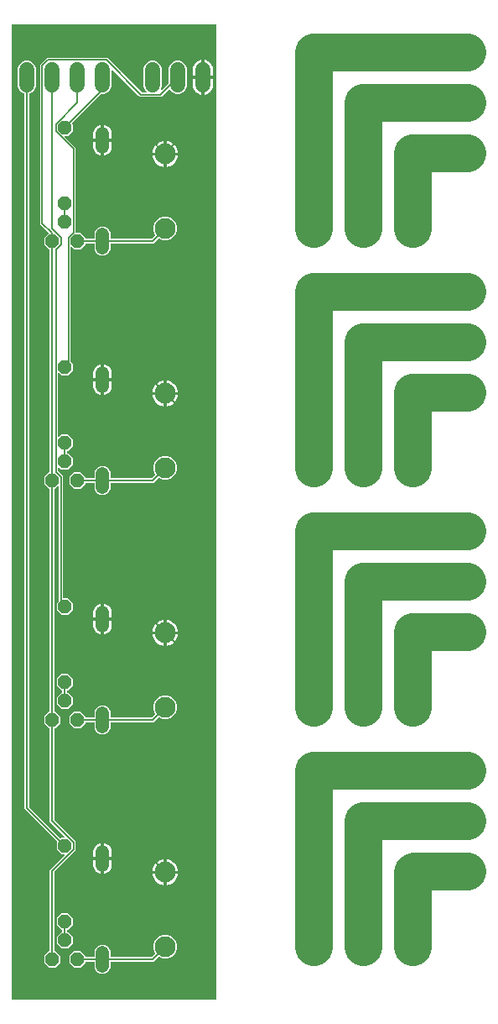
<source format=gbr>
G04 EAGLE Gerber RS-274X export*
G75*
%MOMM*%
%FSLAX34Y34*%
%LPD*%
%INBottom Copper*%
%IPPOS*%
%AMOC8*
5,1,8,0,0,1.08239X$1,22.5*%
G01*
%ADD10C,2.100000*%
%ADD11C,1.320800*%
%ADD12P,1.429621X8X22.500000*%
%ADD13P,1.429621X8X112.500000*%
%ADD14C,1.524000*%
%ADD15C,3.810000*%
%ADD16C,0.152400*%

G36*
X647720Y10164D02*
X647720Y10164D01*
X647739Y10162D01*
X647841Y10184D01*
X647943Y10200D01*
X647960Y10210D01*
X647980Y10214D01*
X648069Y10267D01*
X648160Y10316D01*
X648174Y10330D01*
X648191Y10340D01*
X648258Y10419D01*
X648330Y10494D01*
X648338Y10512D01*
X648351Y10527D01*
X648390Y10623D01*
X648433Y10717D01*
X648435Y10737D01*
X648443Y10755D01*
X648461Y10922D01*
X648461Y992278D01*
X648458Y992298D01*
X648460Y992317D01*
X648438Y992419D01*
X648422Y992521D01*
X648412Y992538D01*
X648408Y992558D01*
X648355Y992647D01*
X648306Y992738D01*
X648292Y992752D01*
X648282Y992769D01*
X648203Y992836D01*
X648128Y992908D01*
X648110Y992916D01*
X648095Y992929D01*
X647999Y992968D01*
X647905Y993011D01*
X647885Y993013D01*
X647867Y993021D01*
X647700Y993039D01*
X442722Y993039D01*
X442702Y993036D01*
X442683Y993038D01*
X442581Y993016D01*
X442479Y993000D01*
X442462Y992990D01*
X442442Y992986D01*
X442353Y992933D01*
X442262Y992884D01*
X442248Y992870D01*
X442231Y992860D01*
X442164Y992781D01*
X442092Y992706D01*
X442084Y992688D01*
X442071Y992673D01*
X442032Y992577D01*
X441989Y992483D01*
X441987Y992463D01*
X441979Y992445D01*
X441961Y992278D01*
X441961Y10922D01*
X441964Y10902D01*
X441962Y10883D01*
X441984Y10781D01*
X442000Y10679D01*
X442010Y10662D01*
X442014Y10642D01*
X442067Y10553D01*
X442116Y10462D01*
X442130Y10448D01*
X442140Y10431D01*
X442219Y10364D01*
X442294Y10292D01*
X442312Y10284D01*
X442327Y10271D01*
X442423Y10232D01*
X442517Y10189D01*
X442537Y10187D01*
X442555Y10179D01*
X442722Y10161D01*
X647700Y10161D01*
X647720Y10164D01*
G37*
%LPC*%
G36*
X479233Y42671D02*
X479233Y42671D01*
X474471Y47433D01*
X474471Y54167D01*
X479233Y58929D01*
X479552Y58929D01*
X479572Y58932D01*
X479591Y58930D01*
X479693Y58952D01*
X479795Y58968D01*
X479812Y58978D01*
X479832Y58982D01*
X479921Y59035D01*
X480012Y59084D01*
X480026Y59098D01*
X480043Y59108D01*
X480110Y59187D01*
X480182Y59262D01*
X480190Y59280D01*
X480203Y59295D01*
X480242Y59391D01*
X480285Y59485D01*
X480287Y59505D01*
X480295Y59523D01*
X480313Y59690D01*
X480313Y140775D01*
X495210Y155672D01*
X495252Y155730D01*
X495301Y155782D01*
X495323Y155829D01*
X495354Y155871D01*
X495375Y155940D01*
X495405Y156005D01*
X495411Y156057D01*
X495426Y156107D01*
X495424Y156178D01*
X495432Y156249D01*
X495421Y156300D01*
X495420Y156352D01*
X495395Y156420D01*
X495380Y156490D01*
X495353Y156535D01*
X495335Y156583D01*
X495290Y156639D01*
X495254Y156701D01*
X495214Y156735D01*
X495182Y156775D01*
X495121Y156814D01*
X495067Y156861D01*
X495018Y156880D01*
X494975Y156908D01*
X494905Y156926D01*
X494839Y156953D01*
X494767Y156961D01*
X494736Y156969D01*
X494713Y156967D01*
X494672Y156971D01*
X491933Y156971D01*
X487171Y161733D01*
X487171Y168467D01*
X487397Y168693D01*
X487409Y168709D01*
X487424Y168721D01*
X487480Y168808D01*
X487540Y168892D01*
X487546Y168911D01*
X487557Y168928D01*
X487582Y169029D01*
X487613Y169127D01*
X487612Y169147D01*
X487617Y169167D01*
X487609Y169270D01*
X487606Y169373D01*
X487600Y169392D01*
X487598Y169412D01*
X487558Y169507D01*
X487522Y169604D01*
X487509Y169620D01*
X487502Y169638D01*
X487397Y169769D01*
X454913Y202253D01*
X454913Y922720D01*
X454894Y922835D01*
X454877Y922951D01*
X454875Y922957D01*
X454874Y922963D01*
X454819Y923066D01*
X454766Y923171D01*
X454761Y923175D01*
X454758Y923180D01*
X454674Y923260D01*
X454590Y923343D01*
X454584Y923346D01*
X454580Y923350D01*
X454563Y923358D01*
X454443Y923424D01*
X452020Y924427D01*
X449447Y927000D01*
X448055Y930361D01*
X448055Y949239D01*
X449447Y952600D01*
X452020Y955173D01*
X455381Y956565D01*
X459019Y956565D01*
X462380Y955173D01*
X464953Y952600D01*
X466345Y949239D01*
X466345Y930361D01*
X464953Y927000D01*
X462380Y924427D01*
X459957Y923424D01*
X459857Y923362D01*
X459757Y923302D01*
X459753Y923297D01*
X459748Y923294D01*
X459673Y923204D01*
X459597Y923115D01*
X459595Y923109D01*
X459591Y923105D01*
X459549Y922996D01*
X459505Y922887D01*
X459504Y922880D01*
X459503Y922875D01*
X459502Y922857D01*
X459487Y922720D01*
X459487Y204463D01*
X459501Y204372D01*
X459509Y204282D01*
X459521Y204252D01*
X459526Y204220D01*
X459569Y204139D01*
X459605Y204055D01*
X459631Y204023D01*
X459642Y204002D01*
X459665Y203980D01*
X459710Y203924D01*
X490631Y173003D01*
X490647Y172991D01*
X490659Y172976D01*
X490747Y172920D01*
X490831Y172860D01*
X490850Y172854D01*
X490866Y172843D01*
X490967Y172818D01*
X491066Y172787D01*
X491086Y172788D01*
X491105Y172783D01*
X491208Y172791D01*
X491311Y172794D01*
X491330Y172800D01*
X491350Y172802D01*
X491445Y172842D01*
X491543Y172878D01*
X491558Y172891D01*
X491576Y172898D01*
X491707Y173003D01*
X491933Y173229D01*
X494672Y173229D01*
X494743Y173240D01*
X494814Y173242D01*
X494863Y173260D01*
X494915Y173268D01*
X494978Y173302D01*
X495045Y173327D01*
X495086Y173359D01*
X495132Y173384D01*
X495181Y173436D01*
X495237Y173480D01*
X495266Y173524D01*
X495301Y173562D01*
X495332Y173627D01*
X495370Y173687D01*
X495383Y173738D01*
X495405Y173785D01*
X495413Y173856D01*
X495430Y173926D01*
X495426Y173978D01*
X495432Y174029D01*
X495417Y174100D01*
X495411Y174171D01*
X495391Y174219D01*
X495380Y174270D01*
X495343Y174331D01*
X495315Y174397D01*
X495270Y174453D01*
X495254Y174481D01*
X495236Y174496D01*
X495210Y174528D01*
X480313Y189425D01*
X480313Y283210D01*
X480310Y283230D01*
X480312Y283249D01*
X480290Y283351D01*
X480274Y283453D01*
X480264Y283470D01*
X480260Y283490D01*
X480207Y283579D01*
X480158Y283670D01*
X480144Y283684D01*
X480134Y283701D01*
X480055Y283768D01*
X479980Y283840D01*
X479962Y283848D01*
X479947Y283861D01*
X479851Y283900D01*
X479757Y283943D01*
X479737Y283945D01*
X479719Y283953D01*
X479552Y283971D01*
X479233Y283971D01*
X474471Y288733D01*
X474471Y295467D01*
X479233Y300229D01*
X479552Y300229D01*
X479572Y300232D01*
X479591Y300230D01*
X479693Y300252D01*
X479795Y300268D01*
X479812Y300278D01*
X479832Y300282D01*
X479921Y300335D01*
X480012Y300384D01*
X480026Y300398D01*
X480043Y300408D01*
X480110Y300487D01*
X480182Y300562D01*
X480190Y300580D01*
X480203Y300595D01*
X480242Y300691D01*
X480285Y300785D01*
X480287Y300805D01*
X480295Y300823D01*
X480313Y300990D01*
X480313Y524510D01*
X480310Y524530D01*
X480312Y524549D01*
X480290Y524651D01*
X480274Y524753D01*
X480264Y524770D01*
X480260Y524790D01*
X480207Y524879D01*
X480158Y524970D01*
X480144Y524984D01*
X480134Y525001D01*
X480055Y525068D01*
X479980Y525140D01*
X479962Y525148D01*
X479947Y525161D01*
X479851Y525200D01*
X479757Y525243D01*
X479737Y525245D01*
X479719Y525253D01*
X479552Y525271D01*
X479233Y525271D01*
X474471Y530033D01*
X474471Y536767D01*
X479233Y541529D01*
X479552Y541529D01*
X479572Y541532D01*
X479591Y541530D01*
X479693Y541552D01*
X479795Y541568D01*
X479812Y541578D01*
X479832Y541582D01*
X479921Y541635D01*
X480012Y541684D01*
X480026Y541698D01*
X480043Y541708D01*
X480110Y541787D01*
X480182Y541862D01*
X480190Y541880D01*
X480203Y541895D01*
X480242Y541991D01*
X480285Y542085D01*
X480287Y542105D01*
X480295Y542123D01*
X480313Y542290D01*
X480313Y765810D01*
X480310Y765830D01*
X480312Y765849D01*
X480290Y765951D01*
X480274Y766053D01*
X480264Y766070D01*
X480260Y766090D01*
X480207Y766179D01*
X480158Y766270D01*
X480144Y766284D01*
X480134Y766301D01*
X480055Y766368D01*
X479980Y766440D01*
X479962Y766448D01*
X479947Y766461D01*
X479851Y766500D01*
X479757Y766543D01*
X479737Y766545D01*
X479719Y766553D01*
X479552Y766571D01*
X479233Y766571D01*
X474471Y771333D01*
X474471Y778067D01*
X478828Y782424D01*
X478839Y782440D01*
X478855Y782452D01*
X478911Y782540D01*
X478971Y782623D01*
X478977Y782642D01*
X478988Y782659D01*
X479013Y782760D01*
X479044Y782858D01*
X479043Y782878D01*
X479048Y782898D01*
X479040Y783001D01*
X479037Y783104D01*
X479030Y783123D01*
X479029Y783143D01*
X478989Y783238D01*
X478953Y783335D01*
X478940Y783351D01*
X478933Y783369D01*
X478828Y783500D01*
X470407Y791921D01*
X470407Y952470D01*
X477550Y959613D01*
X538450Y959613D01*
X540013Y958050D01*
X573279Y924784D01*
X573353Y924731D01*
X573423Y924671D01*
X573453Y924659D01*
X573479Y924640D01*
X573566Y924613D01*
X573651Y924579D01*
X573692Y924575D01*
X573714Y924568D01*
X573746Y924569D01*
X573818Y924561D01*
X577049Y924561D01*
X577120Y924572D01*
X577191Y924574D01*
X577240Y924592D01*
X577292Y924600D01*
X577355Y924634D01*
X577422Y924659D01*
X577463Y924691D01*
X577509Y924716D01*
X577558Y924768D01*
X577614Y924812D01*
X577643Y924856D01*
X577678Y924894D01*
X577709Y924959D01*
X577747Y925019D01*
X577760Y925070D01*
X577782Y925117D01*
X577790Y925188D01*
X577807Y925258D01*
X577803Y925310D01*
X577809Y925361D01*
X577794Y925432D01*
X577788Y925503D01*
X577768Y925551D01*
X577757Y925602D01*
X577720Y925663D01*
X577692Y925729D01*
X577647Y925785D01*
X577631Y925813D01*
X577613Y925828D01*
X577587Y925860D01*
X576447Y927000D01*
X575055Y930361D01*
X575055Y949239D01*
X576447Y952600D01*
X579020Y955173D01*
X582381Y956565D01*
X586019Y956565D01*
X589380Y955173D01*
X591953Y952600D01*
X593345Y949239D01*
X593345Y930361D01*
X592276Y927781D01*
X592254Y927686D01*
X592225Y927593D01*
X592226Y927567D01*
X592220Y927542D01*
X592229Y927445D01*
X592232Y927347D01*
X592241Y927323D01*
X592243Y927297D01*
X592283Y927208D01*
X592316Y927116D01*
X592332Y927096D01*
X592343Y927072D01*
X592409Y927000D01*
X592470Y926924D01*
X592492Y926910D01*
X592509Y926891D01*
X592595Y926844D01*
X592677Y926791D01*
X592702Y926785D01*
X592725Y926772D01*
X592821Y926755D01*
X592915Y926731D01*
X592941Y926733D01*
X592967Y926729D01*
X593064Y926743D01*
X593160Y926751D01*
X593184Y926761D01*
X593210Y926765D01*
X593297Y926809D01*
X593387Y926847D01*
X593412Y926867D01*
X593430Y926876D01*
X593453Y926900D01*
X593518Y926952D01*
X600232Y933666D01*
X600285Y933740D01*
X600345Y933810D01*
X600357Y933840D01*
X600376Y933866D01*
X600403Y933953D01*
X600437Y934038D01*
X600441Y934079D01*
X600448Y934101D01*
X600447Y934133D01*
X600455Y934205D01*
X600455Y949239D01*
X601847Y952600D01*
X604420Y955173D01*
X607781Y956565D01*
X611419Y956565D01*
X614780Y955173D01*
X617353Y952600D01*
X618745Y949239D01*
X618745Y930361D01*
X617353Y927000D01*
X614780Y924427D01*
X611419Y923035D01*
X607781Y923035D01*
X604420Y924427D01*
X601847Y927000D01*
X601752Y927230D01*
X601728Y927269D01*
X601712Y927312D01*
X601664Y927373D01*
X601623Y927439D01*
X601587Y927468D01*
X601559Y927504D01*
X601493Y927546D01*
X601433Y927596D01*
X601390Y927612D01*
X601352Y927637D01*
X601276Y927656D01*
X601204Y927684D01*
X601158Y927686D01*
X601113Y927697D01*
X601036Y927691D01*
X600958Y927694D01*
X600914Y927681D01*
X600868Y927678D01*
X600796Y927647D01*
X600722Y927626D01*
X600684Y927600D01*
X600642Y927582D01*
X600535Y927496D01*
X600520Y927485D01*
X600517Y927481D01*
X600511Y927477D01*
X593021Y919987D01*
X571608Y919987D01*
X570046Y921550D01*
X543844Y947751D01*
X543786Y947793D01*
X543734Y947842D01*
X543687Y947864D01*
X543645Y947895D01*
X543576Y947916D01*
X543511Y947946D01*
X543459Y947952D01*
X543409Y947967D01*
X543338Y947965D01*
X543267Y947973D01*
X543216Y947962D01*
X543164Y947961D01*
X543096Y947936D01*
X543026Y947921D01*
X542982Y947894D01*
X542933Y947876D01*
X542877Y947831D01*
X542815Y947795D01*
X542781Y947755D01*
X542741Y947722D01*
X542702Y947662D01*
X542655Y947608D01*
X542636Y947559D01*
X542608Y947516D01*
X542590Y947446D01*
X542563Y947380D01*
X542555Y947308D01*
X542547Y947277D01*
X542549Y947254D01*
X542545Y947213D01*
X542545Y930361D01*
X541153Y927000D01*
X538580Y924427D01*
X535219Y923035D01*
X532885Y923035D01*
X532794Y923021D01*
X532704Y923013D01*
X532674Y923001D01*
X532642Y922996D01*
X532561Y922953D01*
X532477Y922917D01*
X532445Y922891D01*
X532424Y922880D01*
X532402Y922857D01*
X532346Y922812D01*
X503203Y893669D01*
X503191Y893653D01*
X503176Y893641D01*
X503120Y893553D01*
X503060Y893469D01*
X503054Y893450D01*
X503043Y893434D01*
X503018Y893333D01*
X502987Y893234D01*
X502988Y893214D01*
X502983Y893195D01*
X502991Y893092D01*
X502994Y892989D01*
X503000Y892970D01*
X503002Y892950D01*
X503042Y892855D01*
X503078Y892757D01*
X503091Y892742D01*
X503098Y892724D01*
X503203Y892593D01*
X503429Y892367D01*
X503429Y885633D01*
X498667Y880871D01*
X495928Y880871D01*
X495857Y880860D01*
X495786Y880858D01*
X495737Y880840D01*
X495685Y880832D01*
X495622Y880798D01*
X495555Y880773D01*
X495514Y880741D01*
X495468Y880716D01*
X495419Y880664D01*
X495363Y880620D01*
X495334Y880576D01*
X495299Y880538D01*
X495268Y880473D01*
X495230Y880413D01*
X495217Y880362D01*
X495195Y880315D01*
X495187Y880244D01*
X495170Y880174D01*
X495174Y880122D01*
X495168Y880071D01*
X495183Y880000D01*
X495189Y879929D01*
X495209Y879881D01*
X495220Y879830D01*
X495257Y879769D01*
X495285Y879703D01*
X495330Y879647D01*
X495346Y879619D01*
X495364Y879604D01*
X495390Y879572D01*
X506477Y868485D01*
X506477Y783590D01*
X506480Y783571D01*
X506478Y783551D01*
X506500Y783449D01*
X506516Y783347D01*
X506526Y783330D01*
X506530Y783310D01*
X506583Y783221D01*
X506632Y783130D01*
X506646Y783116D01*
X506656Y783099D01*
X506735Y783032D01*
X506810Y782960D01*
X506828Y782952D01*
X506843Y782939D01*
X506939Y782900D01*
X507033Y782857D01*
X507053Y782855D01*
X507071Y782847D01*
X507238Y782829D01*
X511367Y782829D01*
X516129Y778067D01*
X516129Y777748D01*
X516132Y777728D01*
X516130Y777709D01*
X516152Y777607D01*
X516168Y777505D01*
X516178Y777488D01*
X516182Y777468D01*
X516235Y777379D01*
X516284Y777288D01*
X516298Y777274D01*
X516308Y777257D01*
X516387Y777190D01*
X516462Y777118D01*
X516480Y777110D01*
X516495Y777097D01*
X516591Y777058D01*
X516685Y777015D01*
X516705Y777013D01*
X516723Y777005D01*
X516890Y776987D01*
X524510Y776987D01*
X524530Y776990D01*
X524549Y776988D01*
X524651Y777010D01*
X524753Y777026D01*
X524770Y777036D01*
X524790Y777040D01*
X524879Y777093D01*
X524970Y777142D01*
X524984Y777156D01*
X525001Y777166D01*
X525068Y777245D01*
X525140Y777320D01*
X525148Y777338D01*
X525161Y777353D01*
X525200Y777449D01*
X525243Y777543D01*
X525245Y777563D01*
X525253Y777581D01*
X525271Y777748D01*
X525271Y782921D01*
X526509Y785909D01*
X528795Y788195D01*
X531783Y789433D01*
X535017Y789433D01*
X538005Y788195D01*
X540291Y785909D01*
X541529Y782921D01*
X541529Y777748D01*
X541532Y777728D01*
X541530Y777709D01*
X541552Y777607D01*
X541568Y777505D01*
X541578Y777488D01*
X541582Y777468D01*
X541635Y777379D01*
X541684Y777288D01*
X541698Y777274D01*
X541708Y777257D01*
X541787Y777190D01*
X541862Y777118D01*
X541880Y777110D01*
X541895Y777097D01*
X541991Y777058D01*
X542085Y777015D01*
X542105Y777013D01*
X542123Y777005D01*
X542290Y776987D01*
X582937Y776987D01*
X583028Y777001D01*
X583118Y777009D01*
X583148Y777021D01*
X583180Y777026D01*
X583261Y777069D01*
X583345Y777105D01*
X583377Y777131D01*
X583398Y777142D01*
X583420Y777165D01*
X583476Y777210D01*
X586390Y780124D01*
X586458Y780219D01*
X586528Y780312D01*
X586530Y780318D01*
X586533Y780323D01*
X586568Y780435D01*
X586604Y780546D01*
X586604Y780553D01*
X586606Y780559D01*
X586603Y780675D01*
X586602Y780792D01*
X586599Y780799D01*
X586599Y780804D01*
X586593Y780822D01*
X586555Y780953D01*
X584875Y785008D01*
X584875Y789792D01*
X586706Y794211D01*
X590089Y797594D01*
X594508Y799425D01*
X599292Y799425D01*
X603711Y797594D01*
X607094Y794211D01*
X608925Y789792D01*
X608925Y785008D01*
X607094Y780589D01*
X603711Y777206D01*
X599292Y775375D01*
X594508Y775375D01*
X590453Y777055D01*
X590340Y777081D01*
X590226Y777110D01*
X590220Y777110D01*
X590214Y777111D01*
X590097Y777100D01*
X589981Y777091D01*
X589975Y777089D01*
X589969Y777088D01*
X589862Y777040D01*
X589755Y776995D01*
X589749Y776990D01*
X589744Y776988D01*
X589731Y776975D01*
X589624Y776890D01*
X586710Y773976D01*
X585147Y772413D01*
X542290Y772413D01*
X542270Y772410D01*
X542251Y772412D01*
X542149Y772390D01*
X542047Y772374D01*
X542030Y772364D01*
X542010Y772360D01*
X541921Y772307D01*
X541830Y772258D01*
X541816Y772244D01*
X541799Y772234D01*
X541732Y772155D01*
X541660Y772080D01*
X541652Y772062D01*
X541639Y772047D01*
X541600Y771951D01*
X541557Y771857D01*
X541555Y771837D01*
X541547Y771819D01*
X541529Y771652D01*
X541529Y766479D01*
X540291Y763491D01*
X538005Y761205D01*
X535017Y759967D01*
X531783Y759967D01*
X528795Y761205D01*
X526509Y763491D01*
X525271Y766479D01*
X525271Y771652D01*
X525268Y771672D01*
X525270Y771691D01*
X525248Y771793D01*
X525232Y771895D01*
X525222Y771912D01*
X525218Y771932D01*
X525165Y772021D01*
X525116Y772112D01*
X525102Y772126D01*
X525092Y772143D01*
X525013Y772210D01*
X524938Y772282D01*
X524920Y772290D01*
X524905Y772303D01*
X524809Y772342D01*
X524715Y772385D01*
X524695Y772387D01*
X524677Y772395D01*
X524510Y772413D01*
X516890Y772413D01*
X516870Y772410D01*
X516851Y772412D01*
X516749Y772390D01*
X516647Y772374D01*
X516630Y772364D01*
X516610Y772360D01*
X516521Y772307D01*
X516430Y772258D01*
X516416Y772244D01*
X516399Y772234D01*
X516332Y772155D01*
X516260Y772080D01*
X516252Y772062D01*
X516239Y772047D01*
X516200Y771951D01*
X516157Y771857D01*
X516155Y771837D01*
X516147Y771819D01*
X516129Y771652D01*
X516129Y771333D01*
X511367Y766571D01*
X504633Y766571D01*
X502696Y768508D01*
X502638Y768550D01*
X502586Y768599D01*
X502539Y768621D01*
X502497Y768652D01*
X502428Y768673D01*
X502363Y768703D01*
X502311Y768709D01*
X502261Y768724D01*
X502190Y768722D01*
X502119Y768730D01*
X502068Y768719D01*
X502016Y768718D01*
X501948Y768693D01*
X501878Y768678D01*
X501833Y768651D01*
X501785Y768633D01*
X501729Y768588D01*
X501667Y768551D01*
X501633Y768512D01*
X501593Y768479D01*
X501554Y768419D01*
X501507Y768365D01*
X501488Y768316D01*
X501460Y768272D01*
X501442Y768203D01*
X501415Y768136D01*
X501407Y768065D01*
X501399Y768034D01*
X501401Y768011D01*
X501397Y767970D01*
X501397Y653414D01*
X501400Y653396D01*
X501398Y653378D01*
X501413Y653309D01*
X501419Y653233D01*
X501431Y653204D01*
X501436Y653172D01*
X501447Y653152D01*
X501450Y653137D01*
X501483Y653082D01*
X501515Y653007D01*
X501541Y652975D01*
X501552Y652954D01*
X501570Y652937D01*
X501576Y652926D01*
X501587Y652917D01*
X501620Y652876D01*
X503429Y651067D01*
X503429Y644333D01*
X498667Y639571D01*
X491933Y639571D01*
X489996Y641508D01*
X489938Y641550D01*
X489886Y641599D01*
X489839Y641621D01*
X489797Y641652D01*
X489728Y641673D01*
X489663Y641703D01*
X489611Y641709D01*
X489561Y641724D01*
X489490Y641722D01*
X489419Y641730D01*
X489368Y641719D01*
X489316Y641718D01*
X489248Y641693D01*
X489178Y641678D01*
X489133Y641651D01*
X489085Y641633D01*
X489029Y641588D01*
X488967Y641551D01*
X488933Y641512D01*
X488893Y641479D01*
X488854Y641419D01*
X488807Y641365D01*
X488788Y641316D01*
X488760Y641272D01*
X488742Y641203D01*
X488715Y641136D01*
X488707Y641065D01*
X488699Y641034D01*
X488701Y641011D01*
X488697Y640970D01*
X488697Y578230D01*
X488708Y578160D01*
X488710Y578088D01*
X488728Y578039D01*
X488736Y577988D01*
X488770Y577924D01*
X488795Y577857D01*
X488827Y577816D01*
X488852Y577770D01*
X488904Y577721D01*
X488948Y577665D01*
X488992Y577637D01*
X489030Y577601D01*
X489095Y577571D01*
X489155Y577532D01*
X489206Y577519D01*
X489253Y577497D01*
X489324Y577489D01*
X489394Y577472D01*
X489446Y577476D01*
X489497Y577470D01*
X489568Y577485D01*
X489639Y577491D01*
X489687Y577511D01*
X489738Y577522D01*
X489799Y577559D01*
X489865Y577587D01*
X489921Y577632D01*
X489949Y577649D01*
X489964Y577666D01*
X489996Y577692D01*
X491933Y579629D01*
X498667Y579629D01*
X503429Y574867D01*
X503429Y568133D01*
X498667Y563371D01*
X498348Y563371D01*
X498328Y563368D01*
X498309Y563370D01*
X498207Y563348D01*
X498105Y563332D01*
X498088Y563322D01*
X498068Y563318D01*
X497979Y563265D01*
X497888Y563216D01*
X497874Y563202D01*
X497857Y563192D01*
X497790Y563113D01*
X497718Y563038D01*
X497710Y563020D01*
X497697Y563005D01*
X497658Y562909D01*
X497615Y562815D01*
X497613Y562795D01*
X497605Y562777D01*
X497587Y562610D01*
X497587Y561340D01*
X497590Y561320D01*
X497588Y561301D01*
X497610Y561199D01*
X497626Y561097D01*
X497636Y561080D01*
X497640Y561060D01*
X497693Y560971D01*
X497742Y560880D01*
X497756Y560866D01*
X497766Y560849D01*
X497845Y560782D01*
X497920Y560710D01*
X497938Y560702D01*
X497953Y560689D01*
X498049Y560650D01*
X498143Y560607D01*
X498163Y560605D01*
X498181Y560597D01*
X498348Y560579D01*
X498667Y560579D01*
X503429Y555817D01*
X503429Y549083D01*
X498667Y544321D01*
X491933Y544321D01*
X489996Y546258D01*
X489938Y546300D01*
X489886Y546349D01*
X489839Y546371D01*
X489797Y546402D01*
X489728Y546423D01*
X489663Y546453D01*
X489611Y546459D01*
X489561Y546474D01*
X489490Y546472D01*
X489419Y546480D01*
X489368Y546469D01*
X489316Y546468D01*
X489248Y546443D01*
X489178Y546428D01*
X489133Y546401D01*
X489085Y546383D01*
X489029Y546338D01*
X488967Y546301D01*
X488933Y546262D01*
X488893Y546229D01*
X488854Y546169D01*
X488807Y546115D01*
X488788Y546066D01*
X488760Y546022D01*
X488742Y545953D01*
X488715Y545886D01*
X488707Y545815D01*
X488699Y545784D01*
X488701Y545761D01*
X488697Y545720D01*
X488697Y543425D01*
X488711Y543335D01*
X488719Y543244D01*
X488731Y543214D01*
X488736Y543182D01*
X488779Y543101D01*
X488815Y543018D01*
X488841Y542985D01*
X488852Y542965D01*
X488875Y542943D01*
X488920Y542887D01*
X493777Y538030D01*
X493777Y415290D01*
X493780Y415270D01*
X493778Y415251D01*
X493800Y415149D01*
X493816Y415047D01*
X493826Y415030D01*
X493830Y415010D01*
X493883Y414921D01*
X493932Y414830D01*
X493946Y414816D01*
X493956Y414799D01*
X494035Y414732D01*
X494110Y414660D01*
X494128Y414652D01*
X494143Y414639D01*
X494239Y414600D01*
X494333Y414557D01*
X494353Y414555D01*
X494371Y414547D01*
X494538Y414529D01*
X498667Y414529D01*
X503429Y409767D01*
X503429Y403033D01*
X498667Y398271D01*
X491933Y398271D01*
X487171Y403033D01*
X487171Y409767D01*
X488980Y411576D01*
X489024Y411637D01*
X489058Y411673D01*
X489064Y411686D01*
X489093Y411719D01*
X489105Y411750D01*
X489124Y411776D01*
X489151Y411863D01*
X489185Y411948D01*
X489189Y411989D01*
X489196Y412011D01*
X489195Y412043D01*
X489203Y412114D01*
X489203Y526670D01*
X489192Y526740D01*
X489190Y526812D01*
X489172Y526861D01*
X489164Y526912D01*
X489130Y526976D01*
X489105Y527043D01*
X489073Y527084D01*
X489048Y527130D01*
X488996Y527179D01*
X488952Y527235D01*
X488908Y527263D01*
X488870Y527299D01*
X488805Y527329D01*
X488745Y527368D01*
X488694Y527381D01*
X488647Y527403D01*
X488576Y527411D01*
X488506Y527428D01*
X488454Y527424D01*
X488403Y527430D01*
X488332Y527415D01*
X488261Y527409D01*
X488213Y527389D01*
X488162Y527378D01*
X488101Y527341D01*
X488035Y527313D01*
X487979Y527268D01*
X487951Y527251D01*
X487936Y527234D01*
X487904Y527208D01*
X485967Y525271D01*
X485648Y525271D01*
X485628Y525268D01*
X485609Y525270D01*
X485507Y525248D01*
X485405Y525232D01*
X485388Y525222D01*
X485368Y525218D01*
X485279Y525165D01*
X485188Y525116D01*
X485174Y525102D01*
X485157Y525092D01*
X485090Y525013D01*
X485018Y524938D01*
X485010Y524920D01*
X484997Y524905D01*
X484958Y524809D01*
X484915Y524715D01*
X484913Y524695D01*
X484905Y524677D01*
X484887Y524510D01*
X484887Y300990D01*
X484890Y300970D01*
X484888Y300951D01*
X484910Y300849D01*
X484926Y300747D01*
X484936Y300730D01*
X484940Y300710D01*
X484993Y300621D01*
X485042Y300530D01*
X485056Y300516D01*
X485066Y300499D01*
X485145Y300432D01*
X485220Y300360D01*
X485238Y300352D01*
X485253Y300339D01*
X485349Y300300D01*
X485443Y300257D01*
X485463Y300255D01*
X485481Y300247D01*
X485648Y300229D01*
X485967Y300229D01*
X490729Y295467D01*
X490729Y288733D01*
X485967Y283971D01*
X485648Y283971D01*
X485628Y283968D01*
X485609Y283970D01*
X485507Y283948D01*
X485405Y283932D01*
X485388Y283922D01*
X485368Y283918D01*
X485279Y283865D01*
X485188Y283816D01*
X485174Y283802D01*
X485157Y283792D01*
X485090Y283713D01*
X485018Y283638D01*
X485010Y283620D01*
X484997Y283605D01*
X484958Y283509D01*
X484915Y283415D01*
X484913Y283395D01*
X484905Y283377D01*
X484887Y283210D01*
X484887Y191635D01*
X484901Y191545D01*
X484909Y191454D01*
X484921Y191424D01*
X484926Y191392D01*
X484969Y191311D01*
X485005Y191228D01*
X485031Y191195D01*
X485042Y191175D01*
X485065Y191153D01*
X485110Y191097D01*
X506477Y169730D01*
X506477Y160470D01*
X485110Y139103D01*
X485057Y139029D01*
X484997Y138960D01*
X484985Y138930D01*
X484966Y138904D01*
X484939Y138817D01*
X484905Y138732D01*
X484901Y138691D01*
X484894Y138669D01*
X484895Y138636D01*
X484887Y138565D01*
X484887Y59690D01*
X484890Y59670D01*
X484888Y59651D01*
X484910Y59549D01*
X484926Y59447D01*
X484936Y59430D01*
X484940Y59410D01*
X484993Y59321D01*
X485042Y59230D01*
X485056Y59216D01*
X485066Y59199D01*
X485145Y59132D01*
X485220Y59060D01*
X485238Y59052D01*
X485253Y59039D01*
X485349Y59000D01*
X485443Y58957D01*
X485463Y58955D01*
X485481Y58947D01*
X485648Y58929D01*
X485967Y58929D01*
X490729Y54167D01*
X490729Y47433D01*
X485967Y42671D01*
X479233Y42671D01*
G37*
%LPD*%
%LPC*%
G36*
X531783Y36067D02*
X531783Y36067D01*
X528795Y37305D01*
X526509Y39591D01*
X525271Y42579D01*
X525271Y47752D01*
X525268Y47772D01*
X525270Y47791D01*
X525248Y47893D01*
X525232Y47995D01*
X525222Y48012D01*
X525218Y48032D01*
X525165Y48121D01*
X525116Y48212D01*
X525102Y48226D01*
X525092Y48243D01*
X525013Y48310D01*
X524938Y48382D01*
X524920Y48390D01*
X524905Y48403D01*
X524809Y48442D01*
X524715Y48485D01*
X524695Y48487D01*
X524677Y48495D01*
X524510Y48513D01*
X516890Y48513D01*
X516870Y48510D01*
X516851Y48512D01*
X516749Y48490D01*
X516647Y48474D01*
X516630Y48464D01*
X516610Y48460D01*
X516521Y48407D01*
X516430Y48358D01*
X516416Y48344D01*
X516399Y48334D01*
X516332Y48255D01*
X516260Y48180D01*
X516252Y48162D01*
X516239Y48147D01*
X516200Y48051D01*
X516157Y47957D01*
X516155Y47937D01*
X516147Y47919D01*
X516129Y47752D01*
X516129Y47433D01*
X511367Y42671D01*
X504633Y42671D01*
X499871Y47433D01*
X499871Y54167D01*
X504633Y58929D01*
X511367Y58929D01*
X516129Y54167D01*
X516129Y53848D01*
X516132Y53828D01*
X516130Y53809D01*
X516152Y53707D01*
X516168Y53605D01*
X516178Y53588D01*
X516182Y53568D01*
X516235Y53479D01*
X516284Y53388D01*
X516298Y53374D01*
X516308Y53357D01*
X516387Y53290D01*
X516462Y53218D01*
X516480Y53210D01*
X516495Y53197D01*
X516591Y53158D01*
X516685Y53115D01*
X516705Y53113D01*
X516723Y53105D01*
X516890Y53087D01*
X524510Y53087D01*
X524530Y53090D01*
X524549Y53088D01*
X524651Y53110D01*
X524753Y53126D01*
X524770Y53136D01*
X524790Y53140D01*
X524879Y53193D01*
X524970Y53242D01*
X524984Y53256D01*
X525001Y53266D01*
X525068Y53345D01*
X525140Y53420D01*
X525148Y53438D01*
X525161Y53453D01*
X525200Y53549D01*
X525243Y53643D01*
X525245Y53663D01*
X525253Y53681D01*
X525271Y53848D01*
X525271Y59021D01*
X526509Y62009D01*
X528795Y64295D01*
X531783Y65533D01*
X535017Y65533D01*
X538005Y64295D01*
X540291Y62009D01*
X541529Y59021D01*
X541529Y53848D01*
X541532Y53828D01*
X541530Y53809D01*
X541552Y53707D01*
X541568Y53605D01*
X541578Y53588D01*
X541582Y53568D01*
X541635Y53479D01*
X541684Y53388D01*
X541698Y53374D01*
X541708Y53357D01*
X541787Y53290D01*
X541862Y53218D01*
X541880Y53210D01*
X541895Y53197D01*
X541991Y53158D01*
X542085Y53115D01*
X542105Y53113D01*
X542123Y53105D01*
X542290Y53087D01*
X582937Y53087D01*
X583028Y53101D01*
X583118Y53109D01*
X583148Y53121D01*
X583180Y53126D01*
X583261Y53169D01*
X583345Y53205D01*
X583377Y53231D01*
X583398Y53242D01*
X583420Y53265D01*
X583476Y53310D01*
X586390Y56224D01*
X586458Y56319D01*
X586528Y56412D01*
X586530Y56418D01*
X586533Y56423D01*
X586568Y56535D01*
X586604Y56646D01*
X586604Y56653D01*
X586606Y56659D01*
X586603Y56775D01*
X586602Y56892D01*
X586599Y56899D01*
X586599Y56904D01*
X586593Y56922D01*
X586555Y57053D01*
X584875Y61108D01*
X584875Y65892D01*
X586706Y70311D01*
X590089Y73694D01*
X594508Y75525D01*
X599292Y75525D01*
X603711Y73694D01*
X607094Y70311D01*
X608925Y65892D01*
X608925Y61108D01*
X607094Y56689D01*
X603711Y53306D01*
X599292Y51475D01*
X594508Y51475D01*
X590453Y53155D01*
X590340Y53181D01*
X590226Y53210D01*
X590220Y53210D01*
X590214Y53211D01*
X590097Y53200D01*
X589981Y53191D01*
X589975Y53189D01*
X589969Y53188D01*
X589862Y53140D01*
X589755Y53095D01*
X589749Y53090D01*
X589744Y53088D01*
X589731Y53075D01*
X589624Y52990D01*
X586710Y50076D01*
X585147Y48513D01*
X542290Y48513D01*
X542270Y48510D01*
X542251Y48512D01*
X542149Y48490D01*
X542047Y48474D01*
X542030Y48464D01*
X542010Y48460D01*
X541921Y48407D01*
X541830Y48358D01*
X541816Y48344D01*
X541799Y48334D01*
X541732Y48255D01*
X541660Y48180D01*
X541652Y48162D01*
X541639Y48147D01*
X541600Y48051D01*
X541557Y47957D01*
X541555Y47937D01*
X541547Y47919D01*
X541529Y47752D01*
X541529Y42579D01*
X540291Y39591D01*
X538005Y37305D01*
X535017Y36067D01*
X531783Y36067D01*
G37*
%LPD*%
%LPC*%
G36*
X531783Y518667D02*
X531783Y518667D01*
X528795Y519905D01*
X526509Y522191D01*
X525271Y525179D01*
X525271Y530352D01*
X525268Y530372D01*
X525270Y530391D01*
X525248Y530493D01*
X525232Y530595D01*
X525222Y530612D01*
X525218Y530632D01*
X525165Y530721D01*
X525116Y530812D01*
X525102Y530826D01*
X525092Y530843D01*
X525013Y530910D01*
X524938Y530982D01*
X524920Y530990D01*
X524905Y531003D01*
X524809Y531042D01*
X524715Y531085D01*
X524695Y531087D01*
X524677Y531095D01*
X524510Y531113D01*
X516890Y531113D01*
X516870Y531110D01*
X516851Y531112D01*
X516749Y531090D01*
X516647Y531074D01*
X516630Y531064D01*
X516610Y531060D01*
X516521Y531007D01*
X516430Y530958D01*
X516416Y530944D01*
X516399Y530934D01*
X516332Y530855D01*
X516260Y530780D01*
X516252Y530762D01*
X516239Y530747D01*
X516200Y530651D01*
X516157Y530557D01*
X516155Y530537D01*
X516147Y530519D01*
X516129Y530352D01*
X516129Y530033D01*
X511367Y525271D01*
X504633Y525271D01*
X499871Y530033D01*
X499871Y536767D01*
X504633Y541529D01*
X511367Y541529D01*
X516129Y536767D01*
X516129Y536448D01*
X516132Y536428D01*
X516130Y536409D01*
X516152Y536307D01*
X516168Y536205D01*
X516178Y536188D01*
X516182Y536168D01*
X516235Y536079D01*
X516284Y535988D01*
X516298Y535974D01*
X516308Y535957D01*
X516387Y535890D01*
X516462Y535818D01*
X516480Y535810D01*
X516495Y535797D01*
X516591Y535758D01*
X516685Y535715D01*
X516705Y535713D01*
X516723Y535705D01*
X516890Y535687D01*
X524510Y535687D01*
X524530Y535690D01*
X524549Y535688D01*
X524651Y535710D01*
X524753Y535726D01*
X524770Y535736D01*
X524790Y535740D01*
X524879Y535793D01*
X524970Y535842D01*
X524984Y535856D01*
X525001Y535866D01*
X525068Y535945D01*
X525140Y536020D01*
X525148Y536038D01*
X525161Y536053D01*
X525200Y536149D01*
X525243Y536243D01*
X525245Y536263D01*
X525253Y536281D01*
X525271Y536448D01*
X525271Y541621D01*
X526509Y544609D01*
X528795Y546895D01*
X531783Y548133D01*
X535017Y548133D01*
X538005Y546895D01*
X540291Y544609D01*
X541529Y541621D01*
X541529Y536448D01*
X541532Y536428D01*
X541530Y536409D01*
X541552Y536307D01*
X541568Y536205D01*
X541578Y536188D01*
X541582Y536168D01*
X541635Y536079D01*
X541684Y535988D01*
X541698Y535974D01*
X541708Y535957D01*
X541787Y535890D01*
X541862Y535818D01*
X541880Y535810D01*
X541895Y535797D01*
X541991Y535758D01*
X542085Y535715D01*
X542105Y535713D01*
X542123Y535705D01*
X542290Y535687D01*
X582937Y535687D01*
X583028Y535701D01*
X583118Y535709D01*
X583148Y535721D01*
X583180Y535726D01*
X583261Y535769D01*
X583345Y535805D01*
X583377Y535831D01*
X583398Y535842D01*
X583420Y535865D01*
X583476Y535910D01*
X586390Y538824D01*
X586458Y538919D01*
X586528Y539012D01*
X586530Y539018D01*
X586533Y539023D01*
X586568Y539135D01*
X586604Y539246D01*
X586604Y539253D01*
X586606Y539259D01*
X586603Y539375D01*
X586602Y539492D01*
X586599Y539499D01*
X586599Y539504D01*
X586593Y539522D01*
X586555Y539653D01*
X584875Y543708D01*
X584875Y548492D01*
X586706Y552911D01*
X590089Y556294D01*
X594508Y558125D01*
X599292Y558125D01*
X603711Y556294D01*
X607094Y552911D01*
X608925Y548492D01*
X608925Y543708D01*
X607094Y539289D01*
X603711Y535906D01*
X599292Y534075D01*
X594508Y534075D01*
X590453Y535755D01*
X590340Y535781D01*
X590226Y535810D01*
X590220Y535810D01*
X590214Y535811D01*
X590097Y535800D01*
X589981Y535791D01*
X589975Y535789D01*
X589969Y535788D01*
X589862Y535740D01*
X589755Y535695D01*
X589749Y535690D01*
X589744Y535688D01*
X589731Y535675D01*
X589624Y535590D01*
X586710Y532676D01*
X585147Y531113D01*
X542290Y531113D01*
X542270Y531110D01*
X542251Y531112D01*
X542149Y531090D01*
X542047Y531074D01*
X542030Y531064D01*
X542010Y531060D01*
X541921Y531007D01*
X541830Y530958D01*
X541816Y530944D01*
X541799Y530934D01*
X541732Y530855D01*
X541660Y530780D01*
X541652Y530762D01*
X541639Y530747D01*
X541600Y530651D01*
X541557Y530557D01*
X541555Y530537D01*
X541547Y530519D01*
X541529Y530352D01*
X541529Y525179D01*
X540291Y522191D01*
X538005Y519905D01*
X535017Y518667D01*
X531783Y518667D01*
G37*
%LPD*%
%LPC*%
G36*
X531783Y277367D02*
X531783Y277367D01*
X528795Y278605D01*
X526509Y280891D01*
X525271Y283879D01*
X525271Y289052D01*
X525268Y289072D01*
X525270Y289091D01*
X525248Y289193D01*
X525232Y289295D01*
X525222Y289312D01*
X525218Y289332D01*
X525165Y289421D01*
X525116Y289512D01*
X525102Y289526D01*
X525092Y289543D01*
X525013Y289610D01*
X524938Y289682D01*
X524920Y289690D01*
X524905Y289703D01*
X524809Y289742D01*
X524715Y289785D01*
X524695Y289787D01*
X524677Y289795D01*
X524510Y289813D01*
X516890Y289813D01*
X516870Y289810D01*
X516851Y289812D01*
X516749Y289790D01*
X516647Y289774D01*
X516630Y289764D01*
X516610Y289760D01*
X516521Y289707D01*
X516430Y289658D01*
X516416Y289644D01*
X516399Y289634D01*
X516332Y289555D01*
X516260Y289480D01*
X516252Y289462D01*
X516239Y289447D01*
X516200Y289351D01*
X516157Y289257D01*
X516155Y289237D01*
X516147Y289219D01*
X516129Y289052D01*
X516129Y288733D01*
X511367Y283971D01*
X504633Y283971D01*
X499871Y288733D01*
X499871Y295467D01*
X504633Y300229D01*
X511367Y300229D01*
X516129Y295467D01*
X516129Y295148D01*
X516132Y295128D01*
X516130Y295109D01*
X516152Y295007D01*
X516168Y294905D01*
X516178Y294888D01*
X516182Y294868D01*
X516235Y294779D01*
X516284Y294688D01*
X516298Y294674D01*
X516308Y294657D01*
X516387Y294590D01*
X516462Y294518D01*
X516480Y294510D01*
X516495Y294497D01*
X516591Y294458D01*
X516685Y294415D01*
X516705Y294413D01*
X516723Y294405D01*
X516890Y294387D01*
X524510Y294387D01*
X524530Y294390D01*
X524549Y294388D01*
X524651Y294410D01*
X524753Y294426D01*
X524770Y294436D01*
X524790Y294440D01*
X524879Y294493D01*
X524970Y294542D01*
X524984Y294556D01*
X525001Y294566D01*
X525068Y294645D01*
X525140Y294720D01*
X525148Y294738D01*
X525161Y294753D01*
X525200Y294849D01*
X525243Y294943D01*
X525245Y294963D01*
X525253Y294981D01*
X525271Y295148D01*
X525271Y300321D01*
X526509Y303309D01*
X528795Y305595D01*
X531783Y306833D01*
X535017Y306833D01*
X538005Y305595D01*
X540291Y303309D01*
X541529Y300321D01*
X541529Y295148D01*
X541532Y295128D01*
X541530Y295109D01*
X541552Y295007D01*
X541568Y294905D01*
X541578Y294888D01*
X541582Y294868D01*
X541635Y294779D01*
X541684Y294688D01*
X541698Y294674D01*
X541708Y294657D01*
X541787Y294590D01*
X541862Y294518D01*
X541880Y294510D01*
X541895Y294497D01*
X541991Y294458D01*
X542085Y294415D01*
X542105Y294413D01*
X542123Y294405D01*
X542290Y294387D01*
X582937Y294387D01*
X583028Y294401D01*
X583118Y294409D01*
X583148Y294421D01*
X583180Y294426D01*
X583261Y294469D01*
X583345Y294505D01*
X583377Y294531D01*
X583398Y294542D01*
X583420Y294565D01*
X583476Y294610D01*
X586390Y297524D01*
X586458Y297619D01*
X586528Y297712D01*
X586530Y297718D01*
X586533Y297723D01*
X586568Y297835D01*
X586604Y297946D01*
X586604Y297953D01*
X586606Y297959D01*
X586603Y298075D01*
X586602Y298192D01*
X586599Y298199D01*
X586599Y298204D01*
X586593Y298222D01*
X586555Y298353D01*
X584875Y302408D01*
X584875Y307192D01*
X586706Y311611D01*
X590089Y314994D01*
X594508Y316825D01*
X599292Y316825D01*
X603711Y314994D01*
X607094Y311611D01*
X608925Y307192D01*
X608925Y302408D01*
X607094Y297989D01*
X603711Y294606D01*
X599292Y292775D01*
X594508Y292775D01*
X590453Y294455D01*
X590340Y294481D01*
X590226Y294510D01*
X590220Y294510D01*
X590214Y294511D01*
X590097Y294500D01*
X589981Y294491D01*
X589975Y294489D01*
X589969Y294488D01*
X589862Y294440D01*
X589755Y294395D01*
X589749Y294390D01*
X589744Y294388D01*
X589731Y294375D01*
X589624Y294290D01*
X586710Y291376D01*
X585147Y289813D01*
X542290Y289813D01*
X542270Y289810D01*
X542251Y289812D01*
X542149Y289790D01*
X542047Y289774D01*
X542030Y289764D01*
X542010Y289760D01*
X541921Y289707D01*
X541830Y289658D01*
X541816Y289644D01*
X541799Y289634D01*
X541732Y289555D01*
X541660Y289480D01*
X541652Y289462D01*
X541639Y289447D01*
X541600Y289351D01*
X541557Y289257D01*
X541555Y289237D01*
X541547Y289219D01*
X541529Y289052D01*
X541529Y283879D01*
X540291Y280891D01*
X538005Y278605D01*
X535017Y277367D01*
X531783Y277367D01*
G37*
%LPD*%
%LPC*%
G36*
X491933Y61721D02*
X491933Y61721D01*
X487171Y66483D01*
X487171Y73217D01*
X491933Y77979D01*
X492252Y77979D01*
X492272Y77982D01*
X492291Y77980D01*
X492393Y78002D01*
X492495Y78018D01*
X492512Y78028D01*
X492532Y78032D01*
X492621Y78085D01*
X492712Y78134D01*
X492726Y78148D01*
X492743Y78158D01*
X492810Y78237D01*
X492882Y78312D01*
X492890Y78330D01*
X492903Y78345D01*
X492942Y78441D01*
X492985Y78535D01*
X492987Y78555D01*
X492995Y78573D01*
X493013Y78740D01*
X493013Y80010D01*
X493010Y80030D01*
X493012Y80049D01*
X492990Y80151D01*
X492974Y80253D01*
X492964Y80270D01*
X492960Y80290D01*
X492907Y80379D01*
X492858Y80470D01*
X492844Y80484D01*
X492834Y80501D01*
X492755Y80568D01*
X492680Y80640D01*
X492662Y80648D01*
X492647Y80661D01*
X492551Y80700D01*
X492457Y80743D01*
X492437Y80745D01*
X492419Y80753D01*
X492252Y80771D01*
X491933Y80771D01*
X487171Y85533D01*
X487171Y92267D01*
X491933Y97029D01*
X498667Y97029D01*
X503429Y92267D01*
X503429Y85533D01*
X498667Y80771D01*
X498348Y80771D01*
X498328Y80768D01*
X498309Y80770D01*
X498207Y80748D01*
X498105Y80732D01*
X498088Y80722D01*
X498068Y80718D01*
X497979Y80665D01*
X497888Y80616D01*
X497874Y80602D01*
X497857Y80592D01*
X497790Y80513D01*
X497718Y80438D01*
X497710Y80420D01*
X497697Y80405D01*
X497658Y80309D01*
X497615Y80215D01*
X497613Y80195D01*
X497605Y80177D01*
X497587Y80010D01*
X497587Y78740D01*
X497590Y78720D01*
X497588Y78701D01*
X497610Y78599D01*
X497626Y78497D01*
X497636Y78480D01*
X497640Y78460D01*
X497693Y78371D01*
X497742Y78280D01*
X497756Y78266D01*
X497766Y78249D01*
X497845Y78182D01*
X497920Y78110D01*
X497938Y78102D01*
X497953Y78089D01*
X498049Y78050D01*
X498143Y78007D01*
X498163Y78005D01*
X498181Y77997D01*
X498348Y77979D01*
X498667Y77979D01*
X503429Y73217D01*
X503429Y66483D01*
X498667Y61721D01*
X491933Y61721D01*
G37*
%LPD*%
%LPC*%
G36*
X491933Y303021D02*
X491933Y303021D01*
X487171Y307783D01*
X487171Y314517D01*
X491933Y319279D01*
X492252Y319279D01*
X492272Y319282D01*
X492291Y319280D01*
X492393Y319302D01*
X492495Y319318D01*
X492512Y319328D01*
X492532Y319332D01*
X492621Y319385D01*
X492712Y319434D01*
X492726Y319448D01*
X492743Y319458D01*
X492810Y319537D01*
X492882Y319612D01*
X492890Y319630D01*
X492903Y319645D01*
X492942Y319741D01*
X492985Y319835D01*
X492987Y319855D01*
X492995Y319873D01*
X493013Y320040D01*
X493013Y321310D01*
X493010Y321330D01*
X493012Y321349D01*
X492990Y321451D01*
X492974Y321553D01*
X492964Y321570D01*
X492960Y321590D01*
X492907Y321679D01*
X492858Y321770D01*
X492844Y321784D01*
X492834Y321801D01*
X492755Y321868D01*
X492680Y321940D01*
X492662Y321948D01*
X492647Y321961D01*
X492551Y322000D01*
X492457Y322043D01*
X492437Y322045D01*
X492419Y322053D01*
X492252Y322071D01*
X491933Y322071D01*
X487171Y326833D01*
X487171Y333567D01*
X491933Y338329D01*
X498667Y338329D01*
X503429Y333567D01*
X503429Y326833D01*
X498667Y322071D01*
X498348Y322071D01*
X498328Y322068D01*
X498309Y322070D01*
X498207Y322048D01*
X498105Y322032D01*
X498088Y322022D01*
X498068Y322018D01*
X497979Y321965D01*
X497888Y321916D01*
X497874Y321902D01*
X497857Y321892D01*
X497790Y321813D01*
X497718Y321738D01*
X497710Y321720D01*
X497697Y321705D01*
X497658Y321609D01*
X497615Y321515D01*
X497613Y321495D01*
X497605Y321477D01*
X497587Y321310D01*
X497587Y320040D01*
X497590Y320020D01*
X497588Y320001D01*
X497610Y319899D01*
X497626Y319797D01*
X497636Y319780D01*
X497640Y319760D01*
X497693Y319671D01*
X497742Y319580D01*
X497756Y319566D01*
X497766Y319549D01*
X497845Y319482D01*
X497920Y319410D01*
X497938Y319402D01*
X497953Y319389D01*
X498049Y319350D01*
X498143Y319307D01*
X498163Y319305D01*
X498181Y319297D01*
X498348Y319279D01*
X498667Y319279D01*
X503429Y314517D01*
X503429Y307783D01*
X498667Y303021D01*
X491933Y303021D01*
G37*
%LPD*%
%LPC*%
G36*
X636523Y941323D02*
X636523Y941323D01*
X636523Y957466D01*
X637379Y957331D01*
X638900Y956836D01*
X640325Y956110D01*
X641619Y955170D01*
X642750Y954039D01*
X643690Y952745D01*
X644416Y951320D01*
X644911Y949799D01*
X645161Y948220D01*
X645161Y941323D01*
X636523Y941323D01*
G37*
%LPD*%
%LPC*%
G36*
X636523Y938277D02*
X636523Y938277D01*
X645161Y938277D01*
X645161Y931380D01*
X644911Y929801D01*
X644416Y928280D01*
X643690Y926855D01*
X642750Y925561D01*
X641619Y924430D01*
X640325Y923490D01*
X638900Y922764D01*
X637379Y922269D01*
X636523Y922134D01*
X636523Y938277D01*
G37*
%LPD*%
%LPC*%
G36*
X624839Y941323D02*
X624839Y941323D01*
X624839Y948220D01*
X625089Y949799D01*
X625584Y951320D01*
X626310Y952745D01*
X627250Y954039D01*
X628381Y955170D01*
X629675Y956110D01*
X631100Y956836D01*
X632621Y957331D01*
X633477Y957466D01*
X633477Y941323D01*
X624839Y941323D01*
G37*
%LPD*%
%LPC*%
G36*
X632621Y922269D02*
X632621Y922269D01*
X631100Y922764D01*
X629675Y923490D01*
X628381Y924430D01*
X627250Y925561D01*
X626310Y926855D01*
X625584Y928280D01*
X625089Y929801D01*
X624839Y931380D01*
X624839Y938277D01*
X633477Y938277D01*
X633477Y922134D01*
X632621Y922269D01*
G37*
%LPD*%
%LPC*%
G36*
X598423Y863923D02*
X598423Y863923D01*
X598423Y875362D01*
X599954Y875120D01*
X601906Y874485D01*
X603735Y873553D01*
X605396Y872347D01*
X606847Y870896D01*
X608053Y869235D01*
X608985Y867406D01*
X609620Y865454D01*
X609862Y863923D01*
X598423Y863923D01*
G37*
%LPD*%
%LPC*%
G36*
X598423Y140023D02*
X598423Y140023D01*
X598423Y151462D01*
X599954Y151220D01*
X601906Y150585D01*
X603735Y149653D01*
X605396Y148447D01*
X606847Y146996D01*
X608053Y145335D01*
X608985Y143506D01*
X609620Y141554D01*
X609862Y140023D01*
X598423Y140023D01*
G37*
%LPD*%
%LPC*%
G36*
X598423Y381323D02*
X598423Y381323D01*
X598423Y392762D01*
X599954Y392520D01*
X601906Y391885D01*
X603735Y390953D01*
X605396Y389747D01*
X606847Y388296D01*
X608053Y386635D01*
X608985Y384806D01*
X609620Y382854D01*
X609862Y381323D01*
X598423Y381323D01*
G37*
%LPD*%
%LPC*%
G36*
X598423Y622623D02*
X598423Y622623D01*
X598423Y634062D01*
X599954Y633820D01*
X601906Y633185D01*
X603735Y632253D01*
X605396Y631047D01*
X606847Y629596D01*
X608053Y627935D01*
X608985Y626106D01*
X609620Y624154D01*
X609862Y622623D01*
X598423Y622623D01*
G37*
%LPD*%
%LPC*%
G36*
X583938Y381323D02*
X583938Y381323D01*
X584180Y382854D01*
X584815Y384806D01*
X585747Y386635D01*
X586953Y388296D01*
X588404Y389747D01*
X590065Y390953D01*
X591894Y391885D01*
X593846Y392520D01*
X595377Y392762D01*
X595377Y381323D01*
X583938Y381323D01*
G37*
%LPD*%
%LPC*%
G36*
X598423Y136977D02*
X598423Y136977D01*
X609862Y136977D01*
X609620Y135446D01*
X608985Y133494D01*
X608053Y131665D01*
X606847Y130004D01*
X605396Y128553D01*
X603735Y127347D01*
X601906Y126415D01*
X599954Y125780D01*
X598423Y125538D01*
X598423Y136977D01*
G37*
%LPD*%
%LPC*%
G36*
X583938Y622623D02*
X583938Y622623D01*
X584180Y624154D01*
X584815Y626106D01*
X585747Y627935D01*
X586953Y629596D01*
X588404Y631047D01*
X590065Y632253D01*
X591894Y633185D01*
X593846Y633820D01*
X595377Y634062D01*
X595377Y622623D01*
X583938Y622623D01*
G37*
%LPD*%
%LPC*%
G36*
X583938Y863923D02*
X583938Y863923D01*
X584180Y865454D01*
X584815Y867406D01*
X585747Y869235D01*
X586953Y870896D01*
X588404Y872347D01*
X590065Y873553D01*
X591894Y874485D01*
X593846Y875120D01*
X595377Y875362D01*
X595377Y863923D01*
X583938Y863923D01*
G37*
%LPD*%
%LPC*%
G36*
X583938Y140023D02*
X583938Y140023D01*
X584180Y141554D01*
X584815Y143506D01*
X585747Y145335D01*
X586953Y146996D01*
X588404Y148447D01*
X590065Y149653D01*
X591894Y150585D01*
X593846Y151220D01*
X595377Y151462D01*
X595377Y140023D01*
X583938Y140023D01*
G37*
%LPD*%
%LPC*%
G36*
X598423Y860877D02*
X598423Y860877D01*
X609862Y860877D01*
X609620Y859346D01*
X608985Y857394D01*
X608053Y855565D01*
X606847Y853904D01*
X605396Y852453D01*
X603735Y851247D01*
X601906Y850315D01*
X599954Y849680D01*
X598423Y849438D01*
X598423Y860877D01*
G37*
%LPD*%
%LPC*%
G36*
X598423Y619577D02*
X598423Y619577D01*
X609862Y619577D01*
X609620Y618046D01*
X608985Y616094D01*
X608053Y614265D01*
X606847Y612604D01*
X605396Y611153D01*
X603735Y609947D01*
X601906Y609015D01*
X599954Y608380D01*
X598423Y608138D01*
X598423Y619577D01*
G37*
%LPD*%
%LPC*%
G36*
X598423Y378277D02*
X598423Y378277D01*
X609862Y378277D01*
X609620Y376746D01*
X608985Y374794D01*
X608053Y372965D01*
X606847Y371304D01*
X605396Y369853D01*
X603735Y368647D01*
X601906Y367715D01*
X599954Y367080D01*
X598423Y366838D01*
X598423Y378277D01*
G37*
%LPD*%
%LPC*%
G36*
X593846Y608380D02*
X593846Y608380D01*
X591894Y609015D01*
X590065Y609947D01*
X588404Y611153D01*
X586953Y612604D01*
X585747Y614265D01*
X584815Y616094D01*
X584180Y618046D01*
X583938Y619577D01*
X595377Y619577D01*
X595377Y608138D01*
X593846Y608380D01*
G37*
%LPD*%
%LPC*%
G36*
X593846Y849680D02*
X593846Y849680D01*
X591894Y850315D01*
X590065Y851247D01*
X588404Y852453D01*
X586953Y853904D01*
X585747Y855565D01*
X584815Y857394D01*
X584180Y859346D01*
X583938Y860877D01*
X595377Y860877D01*
X595377Y849438D01*
X593846Y849680D01*
G37*
%LPD*%
%LPC*%
G36*
X593846Y367080D02*
X593846Y367080D01*
X591894Y367715D01*
X590065Y368647D01*
X588404Y369853D01*
X586953Y371304D01*
X585747Y372965D01*
X584815Y374794D01*
X584180Y376746D01*
X583938Y378277D01*
X595377Y378277D01*
X595377Y366838D01*
X593846Y367080D01*
G37*
%LPD*%
%LPC*%
G36*
X593846Y125780D02*
X593846Y125780D01*
X591894Y126415D01*
X590065Y127347D01*
X588404Y128553D01*
X586953Y130004D01*
X585747Y131665D01*
X584815Y133494D01*
X584180Y135446D01*
X583938Y136977D01*
X595377Y136977D01*
X595377Y125538D01*
X593846Y125780D01*
G37*
%LPD*%
%LPC*%
G36*
X534923Y877823D02*
X534923Y877823D01*
X534923Y891925D01*
X536067Y891697D01*
X537732Y891008D01*
X539230Y890007D01*
X540503Y888734D01*
X541504Y887236D01*
X542193Y885571D01*
X542545Y883805D01*
X542545Y877823D01*
X534923Y877823D01*
G37*
%LPD*%
%LPC*%
G36*
X534923Y636523D02*
X534923Y636523D01*
X534923Y650625D01*
X536067Y650397D01*
X537732Y649708D01*
X539230Y648707D01*
X540503Y647434D01*
X541504Y645936D01*
X542193Y644271D01*
X542545Y642505D01*
X542545Y636523D01*
X534923Y636523D01*
G37*
%LPD*%
%LPC*%
G36*
X534923Y153923D02*
X534923Y153923D01*
X534923Y168025D01*
X536067Y167797D01*
X537732Y167108D01*
X539230Y166107D01*
X540503Y164834D01*
X541504Y163336D01*
X542193Y161671D01*
X542545Y159905D01*
X542545Y153923D01*
X534923Y153923D01*
G37*
%LPD*%
%LPC*%
G36*
X534923Y395223D02*
X534923Y395223D01*
X534923Y409325D01*
X536067Y409097D01*
X537732Y408408D01*
X539230Y407407D01*
X540503Y406134D01*
X541504Y404636D01*
X542193Y402971D01*
X542545Y401205D01*
X542545Y395223D01*
X534923Y395223D01*
G37*
%LPD*%
%LPC*%
G36*
X534923Y150877D02*
X534923Y150877D01*
X542545Y150877D01*
X542545Y144895D01*
X542193Y143129D01*
X541504Y141464D01*
X540503Y139966D01*
X539230Y138693D01*
X537732Y137692D01*
X536067Y137003D01*
X534923Y136775D01*
X534923Y150877D01*
G37*
%LPD*%
%LPC*%
G36*
X534923Y392177D02*
X534923Y392177D01*
X542545Y392177D01*
X542545Y386195D01*
X542193Y384429D01*
X541504Y382764D01*
X540503Y381266D01*
X539230Y379993D01*
X537732Y378992D01*
X536067Y378303D01*
X534923Y378075D01*
X534923Y392177D01*
G37*
%LPD*%
%LPC*%
G36*
X534923Y874777D02*
X534923Y874777D01*
X542545Y874777D01*
X542545Y868795D01*
X542193Y867029D01*
X541504Y865364D01*
X540503Y863866D01*
X539230Y862593D01*
X537732Y861592D01*
X536067Y860903D01*
X534923Y860675D01*
X534923Y874777D01*
G37*
%LPD*%
%LPC*%
G36*
X534923Y633477D02*
X534923Y633477D01*
X542545Y633477D01*
X542545Y627495D01*
X542193Y625729D01*
X541504Y624064D01*
X540503Y622566D01*
X539230Y621293D01*
X537732Y620292D01*
X536067Y619603D01*
X534923Y619375D01*
X534923Y633477D01*
G37*
%LPD*%
%LPC*%
G36*
X524255Y395223D02*
X524255Y395223D01*
X524255Y401205D01*
X524607Y402971D01*
X525296Y404636D01*
X526297Y406134D01*
X527570Y407407D01*
X529068Y408408D01*
X530733Y409097D01*
X531877Y409325D01*
X531877Y395223D01*
X524255Y395223D01*
G37*
%LPD*%
%LPC*%
G36*
X524255Y636523D02*
X524255Y636523D01*
X524255Y642505D01*
X524607Y644271D01*
X525296Y645936D01*
X526297Y647434D01*
X527570Y648707D01*
X529068Y649708D01*
X530733Y650397D01*
X531877Y650625D01*
X531877Y636523D01*
X524255Y636523D01*
G37*
%LPD*%
%LPC*%
G36*
X524255Y153923D02*
X524255Y153923D01*
X524255Y159905D01*
X524607Y161671D01*
X525296Y163336D01*
X526297Y164834D01*
X527570Y166107D01*
X529068Y167108D01*
X530733Y167797D01*
X531877Y168025D01*
X531877Y153923D01*
X524255Y153923D01*
G37*
%LPD*%
%LPC*%
G36*
X524255Y877823D02*
X524255Y877823D01*
X524255Y883805D01*
X524607Y885571D01*
X525296Y887236D01*
X526297Y888734D01*
X527570Y890007D01*
X529068Y891008D01*
X530733Y891697D01*
X531877Y891925D01*
X531877Y877823D01*
X524255Y877823D01*
G37*
%LPD*%
%LPC*%
G36*
X530733Y619603D02*
X530733Y619603D01*
X529068Y620292D01*
X527570Y621293D01*
X526297Y622566D01*
X525296Y624064D01*
X524607Y625729D01*
X524255Y627495D01*
X524255Y633477D01*
X531877Y633477D01*
X531877Y619375D01*
X530733Y619603D01*
G37*
%LPD*%
%LPC*%
G36*
X530733Y860903D02*
X530733Y860903D01*
X529068Y861592D01*
X527570Y862593D01*
X526297Y863866D01*
X525296Y865364D01*
X524607Y867029D01*
X524255Y868795D01*
X524255Y874777D01*
X531877Y874777D01*
X531877Y860675D01*
X530733Y860903D01*
G37*
%LPD*%
%LPC*%
G36*
X530733Y137003D02*
X530733Y137003D01*
X529068Y137692D01*
X527570Y138693D01*
X526297Y139966D01*
X525296Y141464D01*
X524607Y143129D01*
X524255Y144895D01*
X524255Y150877D01*
X531877Y150877D01*
X531877Y136775D01*
X530733Y137003D01*
G37*
%LPD*%
%LPC*%
G36*
X530733Y378303D02*
X530733Y378303D01*
X529068Y378992D01*
X527570Y379993D01*
X526297Y381266D01*
X525296Y382764D01*
X524607Y384429D01*
X524255Y386195D01*
X524255Y392177D01*
X531877Y392177D01*
X531877Y378075D01*
X530733Y378303D01*
G37*
%LPD*%
%LPC*%
G36*
X596899Y379799D02*
X596899Y379799D01*
X596899Y379801D01*
X596901Y379801D01*
X596901Y379799D01*
X596899Y379799D01*
G37*
%LPD*%
%LPC*%
G36*
X533399Y634999D02*
X533399Y634999D01*
X533399Y635001D01*
X533401Y635001D01*
X533401Y634999D01*
X533399Y634999D01*
G37*
%LPD*%
%LPC*%
G36*
X596899Y621099D02*
X596899Y621099D01*
X596899Y621101D01*
X596901Y621101D01*
X596901Y621099D01*
X596899Y621099D01*
G37*
%LPD*%
%LPC*%
G36*
X533399Y152399D02*
X533399Y152399D01*
X533399Y152401D01*
X533401Y152401D01*
X533401Y152399D01*
X533399Y152399D01*
G37*
%LPD*%
%LPC*%
G36*
X596899Y862399D02*
X596899Y862399D01*
X596899Y862401D01*
X596901Y862401D01*
X596901Y862399D01*
X596899Y862399D01*
G37*
%LPD*%
%LPC*%
G36*
X533399Y876299D02*
X533399Y876299D01*
X533399Y876301D01*
X533401Y876301D01*
X533401Y876299D01*
X533399Y876299D01*
G37*
%LPD*%
%LPC*%
G36*
X596899Y138499D02*
X596899Y138499D01*
X596899Y138501D01*
X596901Y138501D01*
X596901Y138499D01*
X596899Y138499D01*
G37*
%LPD*%
%LPC*%
G36*
X533399Y393699D02*
X533399Y393699D01*
X533399Y393701D01*
X533401Y393701D01*
X533401Y393699D01*
X533399Y393699D01*
G37*
%LPD*%
%LPC*%
G36*
X634999Y939799D02*
X634999Y939799D01*
X634999Y939801D01*
X635001Y939801D01*
X635001Y939799D01*
X634999Y939799D01*
G37*
%LPD*%
D10*
X596900Y787400D03*
X746900Y787400D03*
X796900Y787400D03*
X846900Y787400D03*
X846900Y862400D03*
X796900Y862400D03*
X746900Y862400D03*
X596900Y862400D03*
D11*
X533400Y781304D02*
X533400Y768096D01*
X533400Y869696D02*
X533400Y882904D01*
D12*
X508000Y774700D03*
X495300Y793750D03*
X482600Y774700D03*
D13*
X495300Y812800D03*
X495300Y889000D03*
D10*
X596900Y546100D03*
X746900Y546100D03*
X796900Y546100D03*
X846900Y546100D03*
X846900Y621100D03*
X796900Y621100D03*
X746900Y621100D03*
X596900Y621100D03*
D11*
X533400Y540004D02*
X533400Y526796D01*
X533400Y628396D02*
X533400Y641604D01*
D12*
X508000Y533400D03*
X495300Y552450D03*
X482600Y533400D03*
D13*
X495300Y571500D03*
X495300Y647700D03*
D10*
X596900Y304800D03*
X746900Y304800D03*
X796900Y304800D03*
X846900Y304800D03*
X846900Y379800D03*
X796900Y379800D03*
X746900Y379800D03*
X596900Y379800D03*
D11*
X533400Y298704D02*
X533400Y285496D01*
X533400Y387096D02*
X533400Y400304D01*
D12*
X508000Y292100D03*
X495300Y311150D03*
X482600Y292100D03*
D13*
X495300Y330200D03*
X495300Y406400D03*
D10*
X596900Y63500D03*
X746900Y63500D03*
X796900Y63500D03*
X846900Y63500D03*
X846900Y138500D03*
X796900Y138500D03*
X746900Y138500D03*
X596900Y138500D03*
D11*
X533400Y57404D02*
X533400Y44196D01*
X533400Y145796D02*
X533400Y159004D01*
D12*
X508000Y50800D03*
X495300Y69850D03*
X482600Y50800D03*
D13*
X495300Y88900D03*
X495300Y165100D03*
D14*
X635000Y932180D02*
X635000Y947420D01*
X609600Y947420D02*
X609600Y932180D01*
X584200Y932180D02*
X584200Y947420D01*
X533400Y947420D02*
X533400Y932180D01*
X508000Y932180D02*
X508000Y947420D01*
X482600Y947420D02*
X482600Y932180D01*
X457200Y932180D02*
X457200Y947420D01*
D15*
X846900Y862400D02*
X846900Y787400D01*
X846900Y862400D02*
X846900Y863600D01*
X901700Y863600D01*
X796900Y862400D02*
X796900Y787400D01*
X796900Y862400D02*
X796900Y914400D01*
X901700Y914400D01*
X746900Y862400D02*
X746900Y787400D01*
X746900Y862400D02*
X746900Y965200D01*
X901700Y965200D01*
D16*
X596900Y787400D02*
X584200Y774700D01*
X533400Y774700D01*
X508000Y774700D01*
X495300Y793750D02*
X495300Y812800D01*
D15*
X846900Y621100D02*
X846900Y546100D01*
X846900Y621100D02*
X846900Y622300D01*
X901700Y622300D01*
X796900Y621100D02*
X796900Y546100D01*
X796900Y621100D02*
X796900Y673100D01*
X901700Y673100D01*
X746900Y621100D02*
X746900Y546100D01*
X746900Y621100D02*
X746900Y723900D01*
X901700Y723900D01*
D16*
X596900Y546100D02*
X584200Y533400D01*
X533400Y533400D01*
X508000Y533400D01*
X495300Y552450D02*
X495300Y571500D01*
D15*
X846900Y379800D02*
X846900Y304800D01*
X846900Y379800D02*
X846900Y381000D01*
X901700Y381000D01*
X796900Y379800D02*
X796900Y304800D01*
X796900Y379800D02*
X796900Y431800D01*
X901700Y431800D01*
X746900Y379800D02*
X746900Y304800D01*
X746900Y379800D02*
X746900Y482600D01*
X901700Y482600D01*
D16*
X596900Y304800D02*
X584200Y292100D01*
X533400Y292100D01*
X508000Y292100D01*
X495300Y311150D02*
X495300Y330200D01*
D15*
X846900Y138500D02*
X846900Y63500D01*
X846900Y138500D02*
X848100Y139700D01*
X901700Y139700D01*
X796900Y138500D02*
X796900Y63500D01*
X796900Y138500D02*
X796900Y190500D01*
X901700Y190500D01*
X746900Y138500D02*
X746900Y63500D01*
X746900Y138500D02*
X746900Y241300D01*
X901700Y241300D01*
D16*
X596900Y63500D02*
X584200Y50800D01*
X533400Y50800D01*
X508000Y50800D01*
X495300Y69850D02*
X495300Y88900D01*
X596900Y862400D02*
X596300Y863000D01*
X583000Y876300D01*
X533400Y876300D01*
X583000Y635000D02*
X596900Y621100D01*
X583000Y635000D02*
X533400Y635000D01*
X583000Y393700D02*
X596900Y379800D01*
X583000Y393700D02*
X533400Y393700D01*
X583000Y152400D02*
X596900Y138500D01*
X583000Y152400D02*
X533400Y152400D01*
X596900Y138500D02*
X596900Y286718D01*
X609686Y299504D01*
X609686Y367014D02*
X596900Y379800D01*
X609686Y367014D02*
X609686Y299504D01*
X596900Y379800D02*
X596900Y528018D01*
X609686Y540804D01*
X609686Y608314D02*
X596900Y621100D01*
X609686Y608314D02*
X609686Y540804D01*
X609686Y782104D02*
X609686Y792696D01*
X596900Y769318D02*
X596900Y621100D01*
X596900Y805482D02*
X596900Y862400D01*
X609686Y782104D02*
X596900Y769318D01*
X609686Y792696D02*
X596900Y805482D01*
X635000Y901700D02*
X635000Y939800D01*
X635000Y901700D02*
X596300Y863000D01*
X482600Y774700D02*
X482600Y533400D01*
X482600Y292100D01*
X504190Y168782D02*
X504190Y161418D01*
X482600Y190372D02*
X482600Y292100D01*
X482600Y190372D02*
X504190Y168782D01*
X482600Y139828D02*
X482600Y50800D01*
X482600Y139828D02*
X504190Y161418D01*
X482600Y774700D02*
X482600Y782962D01*
X472694Y951523D02*
X478497Y957326D01*
X472694Y792868D02*
X482600Y782962D01*
X472694Y792868D02*
X472694Y951523D01*
X537503Y957326D02*
X572555Y922274D01*
X592074Y922274D01*
X609600Y939800D01*
X537503Y957326D02*
X478497Y957326D01*
X533400Y939800D02*
X533400Y927100D01*
X495300Y889000D01*
X486410Y892682D02*
X486410Y885318D01*
X508000Y914272D02*
X508000Y939800D01*
X504190Y783462D02*
X499110Y778382D01*
X499110Y651510D02*
X495300Y647700D01*
X486410Y892682D02*
X508000Y914272D01*
X499110Y778382D02*
X499110Y651510D01*
X504190Y783462D02*
X504190Y867538D01*
X486410Y885318D01*
X491490Y778382D02*
X491490Y771018D01*
X482600Y787272D02*
X482600Y939800D01*
X482600Y787272D02*
X491490Y778382D01*
X491490Y771018D02*
X486410Y765938D01*
X486410Y542162D01*
X491490Y537082D01*
X491490Y410210D02*
X495300Y406400D01*
X491490Y410210D02*
X491490Y537082D01*
X457200Y203200D02*
X457200Y939800D01*
X457200Y203200D02*
X495300Y165100D01*
M02*

</source>
